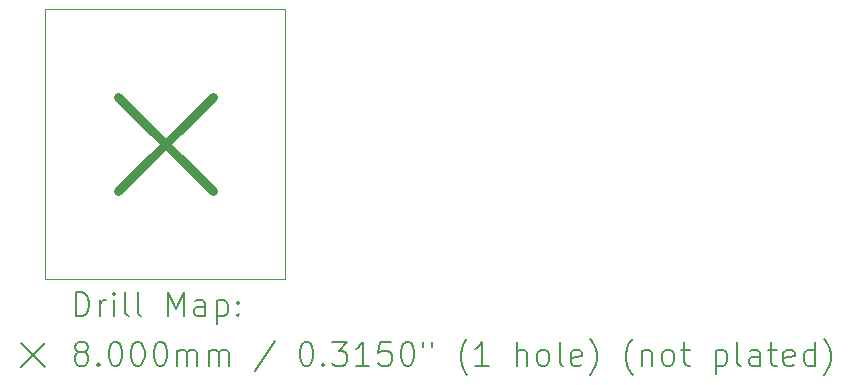
<source format=gbr>
%TF.GenerationSoftware,KiCad,Pcbnew,8.0.7*%
%TF.CreationDate,2025-01-27T18:51:05+01:00*%
%TF.ProjectId,Socket,536f636b-6574-42e6-9b69-6361645f7063,rev?*%
%TF.SameCoordinates,Original*%
%TF.FileFunction,Drillmap*%
%TF.FilePolarity,Positive*%
%FSLAX45Y45*%
G04 Gerber Fmt 4.5, Leading zero omitted, Abs format (unit mm)*
G04 Created by KiCad (PCBNEW 8.0.7) date 2025-01-27 18:51:05*
%MOMM*%
%LPD*%
G01*
G04 APERTURE LIST*
%ADD10C,0.050000*%
%ADD11C,0.200000*%
%ADD12C,0.800000*%
G04 APERTURE END LIST*
D10*
X-254000Y2032000D02*
X1778000Y2032000D01*
X1778000Y-254000D01*
X-254000Y-254000D01*
X-254000Y2032000D01*
D11*
D12*
X362000Y1289000D02*
X1162000Y489000D01*
X1162000Y1289000D02*
X362000Y489000D01*
D11*
X4277Y-567984D02*
X4277Y-367984D01*
X4277Y-367984D02*
X51896Y-367984D01*
X51896Y-367984D02*
X80467Y-377508D01*
X80467Y-377508D02*
X99515Y-396555D01*
X99515Y-396555D02*
X109039Y-415603D01*
X109039Y-415603D02*
X118562Y-453698D01*
X118562Y-453698D02*
X118562Y-482269D01*
X118562Y-482269D02*
X109039Y-520365D01*
X109039Y-520365D02*
X99515Y-539412D01*
X99515Y-539412D02*
X80467Y-558460D01*
X80467Y-558460D02*
X51896Y-567984D01*
X51896Y-567984D02*
X4277Y-567984D01*
X204277Y-567984D02*
X204277Y-434650D01*
X204277Y-472746D02*
X213801Y-453698D01*
X213801Y-453698D02*
X223324Y-444174D01*
X223324Y-444174D02*
X242372Y-434650D01*
X242372Y-434650D02*
X261420Y-434650D01*
X328086Y-567984D02*
X328086Y-434650D01*
X328086Y-367984D02*
X318563Y-377508D01*
X318563Y-377508D02*
X328086Y-387031D01*
X328086Y-387031D02*
X337610Y-377508D01*
X337610Y-377508D02*
X328086Y-367984D01*
X328086Y-367984D02*
X328086Y-387031D01*
X451896Y-567984D02*
X432848Y-558460D01*
X432848Y-558460D02*
X423324Y-539412D01*
X423324Y-539412D02*
X423324Y-367984D01*
X556658Y-567984D02*
X537610Y-558460D01*
X537610Y-558460D02*
X528086Y-539412D01*
X528086Y-539412D02*
X528086Y-367984D01*
X785229Y-567984D02*
X785229Y-367984D01*
X785229Y-367984D02*
X851896Y-510841D01*
X851896Y-510841D02*
X918562Y-367984D01*
X918562Y-367984D02*
X918562Y-567984D01*
X1099515Y-567984D02*
X1099515Y-463222D01*
X1099515Y-463222D02*
X1089991Y-444174D01*
X1089991Y-444174D02*
X1070944Y-434650D01*
X1070944Y-434650D02*
X1032848Y-434650D01*
X1032848Y-434650D02*
X1013801Y-444174D01*
X1099515Y-558460D02*
X1080467Y-567984D01*
X1080467Y-567984D02*
X1032848Y-567984D01*
X1032848Y-567984D02*
X1013801Y-558460D01*
X1013801Y-558460D02*
X1004277Y-539412D01*
X1004277Y-539412D02*
X1004277Y-520365D01*
X1004277Y-520365D02*
X1013801Y-501317D01*
X1013801Y-501317D02*
X1032848Y-491793D01*
X1032848Y-491793D02*
X1080467Y-491793D01*
X1080467Y-491793D02*
X1099515Y-482269D01*
X1194753Y-434650D02*
X1194753Y-634650D01*
X1194753Y-444174D02*
X1213801Y-434650D01*
X1213801Y-434650D02*
X1251896Y-434650D01*
X1251896Y-434650D02*
X1270944Y-444174D01*
X1270944Y-444174D02*
X1280467Y-453698D01*
X1280467Y-453698D02*
X1289991Y-472746D01*
X1289991Y-472746D02*
X1289991Y-529889D01*
X1289991Y-529889D02*
X1280467Y-548936D01*
X1280467Y-548936D02*
X1270944Y-558460D01*
X1270944Y-558460D02*
X1251896Y-567984D01*
X1251896Y-567984D02*
X1213801Y-567984D01*
X1213801Y-567984D02*
X1194753Y-558460D01*
X1375705Y-548936D02*
X1385229Y-558460D01*
X1385229Y-558460D02*
X1375705Y-567984D01*
X1375705Y-567984D02*
X1366182Y-558460D01*
X1366182Y-558460D02*
X1375705Y-548936D01*
X1375705Y-548936D02*
X1375705Y-567984D01*
X1375705Y-444174D02*
X1385229Y-453698D01*
X1385229Y-453698D02*
X1375705Y-463222D01*
X1375705Y-463222D02*
X1366182Y-453698D01*
X1366182Y-453698D02*
X1375705Y-444174D01*
X1375705Y-444174D02*
X1375705Y-463222D01*
X-456500Y-796500D02*
X-256500Y-996500D01*
X-256500Y-796500D02*
X-456500Y-996500D01*
X32848Y-873698D02*
X13801Y-864174D01*
X13801Y-864174D02*
X4277Y-854650D01*
X4277Y-854650D02*
X-5247Y-835603D01*
X-5247Y-835603D02*
X-5247Y-826079D01*
X-5247Y-826079D02*
X4277Y-807031D01*
X4277Y-807031D02*
X13801Y-797508D01*
X13801Y-797508D02*
X32848Y-787984D01*
X32848Y-787984D02*
X70944Y-787984D01*
X70944Y-787984D02*
X89991Y-797508D01*
X89991Y-797508D02*
X99515Y-807031D01*
X99515Y-807031D02*
X109039Y-826079D01*
X109039Y-826079D02*
X109039Y-835603D01*
X109039Y-835603D02*
X99515Y-854650D01*
X99515Y-854650D02*
X89991Y-864174D01*
X89991Y-864174D02*
X70944Y-873698D01*
X70944Y-873698D02*
X32848Y-873698D01*
X32848Y-873698D02*
X13801Y-883222D01*
X13801Y-883222D02*
X4277Y-892746D01*
X4277Y-892746D02*
X-5247Y-911793D01*
X-5247Y-911793D02*
X-5247Y-949888D01*
X-5247Y-949888D02*
X4277Y-968936D01*
X4277Y-968936D02*
X13801Y-978460D01*
X13801Y-978460D02*
X32848Y-987984D01*
X32848Y-987984D02*
X70944Y-987984D01*
X70944Y-987984D02*
X89991Y-978460D01*
X89991Y-978460D02*
X99515Y-968936D01*
X99515Y-968936D02*
X109039Y-949888D01*
X109039Y-949888D02*
X109039Y-911793D01*
X109039Y-911793D02*
X99515Y-892746D01*
X99515Y-892746D02*
X89991Y-883222D01*
X89991Y-883222D02*
X70944Y-873698D01*
X194753Y-968936D02*
X204277Y-978460D01*
X204277Y-978460D02*
X194753Y-987984D01*
X194753Y-987984D02*
X185229Y-978460D01*
X185229Y-978460D02*
X194753Y-968936D01*
X194753Y-968936D02*
X194753Y-987984D01*
X328086Y-787984D02*
X347134Y-787984D01*
X347134Y-787984D02*
X366182Y-797508D01*
X366182Y-797508D02*
X375705Y-807031D01*
X375705Y-807031D02*
X385229Y-826079D01*
X385229Y-826079D02*
X394753Y-864174D01*
X394753Y-864174D02*
X394753Y-911793D01*
X394753Y-911793D02*
X385229Y-949888D01*
X385229Y-949888D02*
X375705Y-968936D01*
X375705Y-968936D02*
X366182Y-978460D01*
X366182Y-978460D02*
X347134Y-987984D01*
X347134Y-987984D02*
X328086Y-987984D01*
X328086Y-987984D02*
X309039Y-978460D01*
X309039Y-978460D02*
X299515Y-968936D01*
X299515Y-968936D02*
X289991Y-949888D01*
X289991Y-949888D02*
X280467Y-911793D01*
X280467Y-911793D02*
X280467Y-864174D01*
X280467Y-864174D02*
X289991Y-826079D01*
X289991Y-826079D02*
X299515Y-807031D01*
X299515Y-807031D02*
X309039Y-797508D01*
X309039Y-797508D02*
X328086Y-787984D01*
X518562Y-787984D02*
X537610Y-787984D01*
X537610Y-787984D02*
X556658Y-797508D01*
X556658Y-797508D02*
X566182Y-807031D01*
X566182Y-807031D02*
X575705Y-826079D01*
X575705Y-826079D02*
X585229Y-864174D01*
X585229Y-864174D02*
X585229Y-911793D01*
X585229Y-911793D02*
X575705Y-949888D01*
X575705Y-949888D02*
X566182Y-968936D01*
X566182Y-968936D02*
X556658Y-978460D01*
X556658Y-978460D02*
X537610Y-987984D01*
X537610Y-987984D02*
X518562Y-987984D01*
X518562Y-987984D02*
X499515Y-978460D01*
X499515Y-978460D02*
X489991Y-968936D01*
X489991Y-968936D02*
X480467Y-949888D01*
X480467Y-949888D02*
X470943Y-911793D01*
X470943Y-911793D02*
X470943Y-864174D01*
X470943Y-864174D02*
X480467Y-826079D01*
X480467Y-826079D02*
X489991Y-807031D01*
X489991Y-807031D02*
X499515Y-797508D01*
X499515Y-797508D02*
X518562Y-787984D01*
X709039Y-787984D02*
X728086Y-787984D01*
X728086Y-787984D02*
X747134Y-797508D01*
X747134Y-797508D02*
X756658Y-807031D01*
X756658Y-807031D02*
X766182Y-826079D01*
X766182Y-826079D02*
X775705Y-864174D01*
X775705Y-864174D02*
X775705Y-911793D01*
X775705Y-911793D02*
X766182Y-949888D01*
X766182Y-949888D02*
X756658Y-968936D01*
X756658Y-968936D02*
X747134Y-978460D01*
X747134Y-978460D02*
X728086Y-987984D01*
X728086Y-987984D02*
X709039Y-987984D01*
X709039Y-987984D02*
X689991Y-978460D01*
X689991Y-978460D02*
X680467Y-968936D01*
X680467Y-968936D02*
X670944Y-949888D01*
X670944Y-949888D02*
X661420Y-911793D01*
X661420Y-911793D02*
X661420Y-864174D01*
X661420Y-864174D02*
X670944Y-826079D01*
X670944Y-826079D02*
X680467Y-807031D01*
X680467Y-807031D02*
X689991Y-797508D01*
X689991Y-797508D02*
X709039Y-787984D01*
X861420Y-987984D02*
X861420Y-854650D01*
X861420Y-873698D02*
X870943Y-864174D01*
X870943Y-864174D02*
X889991Y-854650D01*
X889991Y-854650D02*
X918563Y-854650D01*
X918563Y-854650D02*
X937610Y-864174D01*
X937610Y-864174D02*
X947134Y-883222D01*
X947134Y-883222D02*
X947134Y-987984D01*
X947134Y-883222D02*
X956658Y-864174D01*
X956658Y-864174D02*
X975705Y-854650D01*
X975705Y-854650D02*
X1004277Y-854650D01*
X1004277Y-854650D02*
X1023324Y-864174D01*
X1023324Y-864174D02*
X1032848Y-883222D01*
X1032848Y-883222D02*
X1032848Y-987984D01*
X1128086Y-987984D02*
X1128086Y-854650D01*
X1128086Y-873698D02*
X1137610Y-864174D01*
X1137610Y-864174D02*
X1156658Y-854650D01*
X1156658Y-854650D02*
X1185229Y-854650D01*
X1185229Y-854650D02*
X1204277Y-864174D01*
X1204277Y-864174D02*
X1213801Y-883222D01*
X1213801Y-883222D02*
X1213801Y-987984D01*
X1213801Y-883222D02*
X1223325Y-864174D01*
X1223325Y-864174D02*
X1242372Y-854650D01*
X1242372Y-854650D02*
X1270944Y-854650D01*
X1270944Y-854650D02*
X1289991Y-864174D01*
X1289991Y-864174D02*
X1299515Y-883222D01*
X1299515Y-883222D02*
X1299515Y-987984D01*
X1689991Y-778460D02*
X1518563Y-1035603D01*
X1947134Y-787984D02*
X1966182Y-787984D01*
X1966182Y-787984D02*
X1985229Y-797508D01*
X1985229Y-797508D02*
X1994753Y-807031D01*
X1994753Y-807031D02*
X2004277Y-826079D01*
X2004277Y-826079D02*
X2013801Y-864174D01*
X2013801Y-864174D02*
X2013801Y-911793D01*
X2013801Y-911793D02*
X2004277Y-949888D01*
X2004277Y-949888D02*
X1994753Y-968936D01*
X1994753Y-968936D02*
X1985229Y-978460D01*
X1985229Y-978460D02*
X1966182Y-987984D01*
X1966182Y-987984D02*
X1947134Y-987984D01*
X1947134Y-987984D02*
X1928086Y-978460D01*
X1928086Y-978460D02*
X1918563Y-968936D01*
X1918563Y-968936D02*
X1909039Y-949888D01*
X1909039Y-949888D02*
X1899515Y-911793D01*
X1899515Y-911793D02*
X1899515Y-864174D01*
X1899515Y-864174D02*
X1909039Y-826079D01*
X1909039Y-826079D02*
X1918563Y-807031D01*
X1918563Y-807031D02*
X1928086Y-797508D01*
X1928086Y-797508D02*
X1947134Y-787984D01*
X2099515Y-968936D02*
X2109039Y-978460D01*
X2109039Y-978460D02*
X2099515Y-987984D01*
X2099515Y-987984D02*
X2089991Y-978460D01*
X2089991Y-978460D02*
X2099515Y-968936D01*
X2099515Y-968936D02*
X2099515Y-987984D01*
X2175706Y-787984D02*
X2299515Y-787984D01*
X2299515Y-787984D02*
X2232848Y-864174D01*
X2232848Y-864174D02*
X2261420Y-864174D01*
X2261420Y-864174D02*
X2280468Y-873698D01*
X2280468Y-873698D02*
X2289991Y-883222D01*
X2289991Y-883222D02*
X2299515Y-902269D01*
X2299515Y-902269D02*
X2299515Y-949888D01*
X2299515Y-949888D02*
X2289991Y-968936D01*
X2289991Y-968936D02*
X2280468Y-978460D01*
X2280468Y-978460D02*
X2261420Y-987984D01*
X2261420Y-987984D02*
X2204277Y-987984D01*
X2204277Y-987984D02*
X2185229Y-978460D01*
X2185229Y-978460D02*
X2175706Y-968936D01*
X2489991Y-987984D02*
X2375706Y-987984D01*
X2432848Y-987984D02*
X2432848Y-787984D01*
X2432848Y-787984D02*
X2413801Y-816555D01*
X2413801Y-816555D02*
X2394753Y-835603D01*
X2394753Y-835603D02*
X2375706Y-845127D01*
X2670944Y-787984D02*
X2575706Y-787984D01*
X2575706Y-787984D02*
X2566182Y-883222D01*
X2566182Y-883222D02*
X2575706Y-873698D01*
X2575706Y-873698D02*
X2594753Y-864174D01*
X2594753Y-864174D02*
X2642372Y-864174D01*
X2642372Y-864174D02*
X2661420Y-873698D01*
X2661420Y-873698D02*
X2670944Y-883222D01*
X2670944Y-883222D02*
X2680468Y-902269D01*
X2680468Y-902269D02*
X2680468Y-949888D01*
X2680468Y-949888D02*
X2670944Y-968936D01*
X2670944Y-968936D02*
X2661420Y-978460D01*
X2661420Y-978460D02*
X2642372Y-987984D01*
X2642372Y-987984D02*
X2594753Y-987984D01*
X2594753Y-987984D02*
X2575706Y-978460D01*
X2575706Y-978460D02*
X2566182Y-968936D01*
X2804277Y-787984D02*
X2823325Y-787984D01*
X2823325Y-787984D02*
X2842372Y-797508D01*
X2842372Y-797508D02*
X2851896Y-807031D01*
X2851896Y-807031D02*
X2861420Y-826079D01*
X2861420Y-826079D02*
X2870944Y-864174D01*
X2870944Y-864174D02*
X2870944Y-911793D01*
X2870944Y-911793D02*
X2861420Y-949888D01*
X2861420Y-949888D02*
X2851896Y-968936D01*
X2851896Y-968936D02*
X2842372Y-978460D01*
X2842372Y-978460D02*
X2823325Y-987984D01*
X2823325Y-987984D02*
X2804277Y-987984D01*
X2804277Y-987984D02*
X2785229Y-978460D01*
X2785229Y-978460D02*
X2775706Y-968936D01*
X2775706Y-968936D02*
X2766182Y-949888D01*
X2766182Y-949888D02*
X2756658Y-911793D01*
X2756658Y-911793D02*
X2756658Y-864174D01*
X2756658Y-864174D02*
X2766182Y-826079D01*
X2766182Y-826079D02*
X2775706Y-807031D01*
X2775706Y-807031D02*
X2785229Y-797508D01*
X2785229Y-797508D02*
X2804277Y-787984D01*
X2947134Y-787984D02*
X2947134Y-826079D01*
X3023325Y-787984D02*
X3023325Y-826079D01*
X3318563Y-1064174D02*
X3309039Y-1054650D01*
X3309039Y-1054650D02*
X3289991Y-1026079D01*
X3289991Y-1026079D02*
X3280468Y-1007031D01*
X3280468Y-1007031D02*
X3270944Y-978460D01*
X3270944Y-978460D02*
X3261420Y-930841D01*
X3261420Y-930841D02*
X3261420Y-892746D01*
X3261420Y-892746D02*
X3270944Y-845127D01*
X3270944Y-845127D02*
X3280468Y-816555D01*
X3280468Y-816555D02*
X3289991Y-797508D01*
X3289991Y-797508D02*
X3309039Y-768936D01*
X3309039Y-768936D02*
X3318563Y-759412D01*
X3499515Y-987984D02*
X3385229Y-987984D01*
X3442372Y-987984D02*
X3442372Y-787984D01*
X3442372Y-787984D02*
X3423325Y-816555D01*
X3423325Y-816555D02*
X3404277Y-835603D01*
X3404277Y-835603D02*
X3385229Y-845127D01*
X3737610Y-987984D02*
X3737610Y-787984D01*
X3823325Y-987984D02*
X3823325Y-883222D01*
X3823325Y-883222D02*
X3813801Y-864174D01*
X3813801Y-864174D02*
X3794753Y-854650D01*
X3794753Y-854650D02*
X3766182Y-854650D01*
X3766182Y-854650D02*
X3747134Y-864174D01*
X3747134Y-864174D02*
X3737610Y-873698D01*
X3947134Y-987984D02*
X3928087Y-978460D01*
X3928087Y-978460D02*
X3918563Y-968936D01*
X3918563Y-968936D02*
X3909039Y-949888D01*
X3909039Y-949888D02*
X3909039Y-892746D01*
X3909039Y-892746D02*
X3918563Y-873698D01*
X3918563Y-873698D02*
X3928087Y-864174D01*
X3928087Y-864174D02*
X3947134Y-854650D01*
X3947134Y-854650D02*
X3975706Y-854650D01*
X3975706Y-854650D02*
X3994753Y-864174D01*
X3994753Y-864174D02*
X4004277Y-873698D01*
X4004277Y-873698D02*
X4013801Y-892746D01*
X4013801Y-892746D02*
X4013801Y-949888D01*
X4013801Y-949888D02*
X4004277Y-968936D01*
X4004277Y-968936D02*
X3994753Y-978460D01*
X3994753Y-978460D02*
X3975706Y-987984D01*
X3975706Y-987984D02*
X3947134Y-987984D01*
X4128087Y-987984D02*
X4109039Y-978460D01*
X4109039Y-978460D02*
X4099515Y-959412D01*
X4099515Y-959412D02*
X4099515Y-787984D01*
X4280468Y-978460D02*
X4261420Y-987984D01*
X4261420Y-987984D02*
X4223325Y-987984D01*
X4223325Y-987984D02*
X4204277Y-978460D01*
X4204277Y-978460D02*
X4194753Y-959412D01*
X4194753Y-959412D02*
X4194753Y-883222D01*
X4194753Y-883222D02*
X4204277Y-864174D01*
X4204277Y-864174D02*
X4223325Y-854650D01*
X4223325Y-854650D02*
X4261420Y-854650D01*
X4261420Y-854650D02*
X4280468Y-864174D01*
X4280468Y-864174D02*
X4289992Y-883222D01*
X4289992Y-883222D02*
X4289992Y-902269D01*
X4289992Y-902269D02*
X4194753Y-921317D01*
X4356658Y-1064174D02*
X4366182Y-1054650D01*
X4366182Y-1054650D02*
X4385230Y-1026079D01*
X4385230Y-1026079D02*
X4394753Y-1007031D01*
X4394753Y-1007031D02*
X4404277Y-978460D01*
X4404277Y-978460D02*
X4413801Y-930841D01*
X4413801Y-930841D02*
X4413801Y-892746D01*
X4413801Y-892746D02*
X4404277Y-845127D01*
X4404277Y-845127D02*
X4394753Y-816555D01*
X4394753Y-816555D02*
X4385230Y-797508D01*
X4385230Y-797508D02*
X4366182Y-768936D01*
X4366182Y-768936D02*
X4356658Y-759412D01*
X4718563Y-1064174D02*
X4709039Y-1054650D01*
X4709039Y-1054650D02*
X4689992Y-1026079D01*
X4689992Y-1026079D02*
X4680468Y-1007031D01*
X4680468Y-1007031D02*
X4670944Y-978460D01*
X4670944Y-978460D02*
X4661420Y-930841D01*
X4661420Y-930841D02*
X4661420Y-892746D01*
X4661420Y-892746D02*
X4670944Y-845127D01*
X4670944Y-845127D02*
X4680468Y-816555D01*
X4680468Y-816555D02*
X4689992Y-797508D01*
X4689992Y-797508D02*
X4709039Y-768936D01*
X4709039Y-768936D02*
X4718563Y-759412D01*
X4794753Y-854650D02*
X4794753Y-987984D01*
X4794753Y-873698D02*
X4804277Y-864174D01*
X4804277Y-864174D02*
X4823325Y-854650D01*
X4823325Y-854650D02*
X4851896Y-854650D01*
X4851896Y-854650D02*
X4870944Y-864174D01*
X4870944Y-864174D02*
X4880468Y-883222D01*
X4880468Y-883222D02*
X4880468Y-987984D01*
X5004277Y-987984D02*
X4985230Y-978460D01*
X4985230Y-978460D02*
X4975706Y-968936D01*
X4975706Y-968936D02*
X4966182Y-949888D01*
X4966182Y-949888D02*
X4966182Y-892746D01*
X4966182Y-892746D02*
X4975706Y-873698D01*
X4975706Y-873698D02*
X4985230Y-864174D01*
X4985230Y-864174D02*
X5004277Y-854650D01*
X5004277Y-854650D02*
X5032849Y-854650D01*
X5032849Y-854650D02*
X5051896Y-864174D01*
X5051896Y-864174D02*
X5061420Y-873698D01*
X5061420Y-873698D02*
X5070944Y-892746D01*
X5070944Y-892746D02*
X5070944Y-949888D01*
X5070944Y-949888D02*
X5061420Y-968936D01*
X5061420Y-968936D02*
X5051896Y-978460D01*
X5051896Y-978460D02*
X5032849Y-987984D01*
X5032849Y-987984D02*
X5004277Y-987984D01*
X5128087Y-854650D02*
X5204277Y-854650D01*
X5156658Y-787984D02*
X5156658Y-959412D01*
X5156658Y-959412D02*
X5166182Y-978460D01*
X5166182Y-978460D02*
X5185230Y-987984D01*
X5185230Y-987984D02*
X5204277Y-987984D01*
X5423325Y-854650D02*
X5423325Y-1054650D01*
X5423325Y-864174D02*
X5442373Y-854650D01*
X5442373Y-854650D02*
X5480468Y-854650D01*
X5480468Y-854650D02*
X5499515Y-864174D01*
X5499515Y-864174D02*
X5509039Y-873698D01*
X5509039Y-873698D02*
X5518563Y-892746D01*
X5518563Y-892746D02*
X5518563Y-949888D01*
X5518563Y-949888D02*
X5509039Y-968936D01*
X5509039Y-968936D02*
X5499515Y-978460D01*
X5499515Y-978460D02*
X5480468Y-987984D01*
X5480468Y-987984D02*
X5442373Y-987984D01*
X5442373Y-987984D02*
X5423325Y-978460D01*
X5632849Y-987984D02*
X5613801Y-978460D01*
X5613801Y-978460D02*
X5604277Y-959412D01*
X5604277Y-959412D02*
X5604277Y-787984D01*
X5794753Y-987984D02*
X5794753Y-883222D01*
X5794753Y-883222D02*
X5785230Y-864174D01*
X5785230Y-864174D02*
X5766182Y-854650D01*
X5766182Y-854650D02*
X5728087Y-854650D01*
X5728087Y-854650D02*
X5709039Y-864174D01*
X5794753Y-978460D02*
X5775706Y-987984D01*
X5775706Y-987984D02*
X5728087Y-987984D01*
X5728087Y-987984D02*
X5709039Y-978460D01*
X5709039Y-978460D02*
X5699515Y-959412D01*
X5699515Y-959412D02*
X5699515Y-940365D01*
X5699515Y-940365D02*
X5709039Y-921317D01*
X5709039Y-921317D02*
X5728087Y-911793D01*
X5728087Y-911793D02*
X5775706Y-911793D01*
X5775706Y-911793D02*
X5794753Y-902269D01*
X5861420Y-854650D02*
X5937611Y-854650D01*
X5889992Y-787984D02*
X5889992Y-959412D01*
X5889992Y-959412D02*
X5899515Y-978460D01*
X5899515Y-978460D02*
X5918563Y-987984D01*
X5918563Y-987984D02*
X5937611Y-987984D01*
X6080468Y-978460D02*
X6061420Y-987984D01*
X6061420Y-987984D02*
X6023325Y-987984D01*
X6023325Y-987984D02*
X6004277Y-978460D01*
X6004277Y-978460D02*
X5994753Y-959412D01*
X5994753Y-959412D02*
X5994753Y-883222D01*
X5994753Y-883222D02*
X6004277Y-864174D01*
X6004277Y-864174D02*
X6023325Y-854650D01*
X6023325Y-854650D02*
X6061420Y-854650D01*
X6061420Y-854650D02*
X6080468Y-864174D01*
X6080468Y-864174D02*
X6089992Y-883222D01*
X6089992Y-883222D02*
X6089992Y-902269D01*
X6089992Y-902269D02*
X5994753Y-921317D01*
X6261420Y-987984D02*
X6261420Y-787984D01*
X6261420Y-978460D02*
X6242373Y-987984D01*
X6242373Y-987984D02*
X6204277Y-987984D01*
X6204277Y-987984D02*
X6185230Y-978460D01*
X6185230Y-978460D02*
X6175706Y-968936D01*
X6175706Y-968936D02*
X6166182Y-949888D01*
X6166182Y-949888D02*
X6166182Y-892746D01*
X6166182Y-892746D02*
X6175706Y-873698D01*
X6175706Y-873698D02*
X6185230Y-864174D01*
X6185230Y-864174D02*
X6204277Y-854650D01*
X6204277Y-854650D02*
X6242373Y-854650D01*
X6242373Y-854650D02*
X6261420Y-864174D01*
X6337611Y-1064174D02*
X6347134Y-1054650D01*
X6347134Y-1054650D02*
X6366182Y-1026079D01*
X6366182Y-1026079D02*
X6375706Y-1007031D01*
X6375706Y-1007031D02*
X6385230Y-978460D01*
X6385230Y-978460D02*
X6394753Y-930841D01*
X6394753Y-930841D02*
X6394753Y-892746D01*
X6394753Y-892746D02*
X6385230Y-845127D01*
X6385230Y-845127D02*
X6375706Y-816555D01*
X6375706Y-816555D02*
X6366182Y-797508D01*
X6366182Y-797508D02*
X6347134Y-768936D01*
X6347134Y-768936D02*
X6337611Y-759412D01*
M02*

</source>
